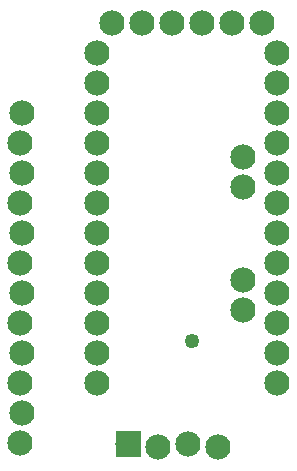
<source format=gbs>
G04 MADE WITH FRITZING*
G04 WWW.FRITZING.ORG*
G04 DOUBLE SIDED*
G04 HOLES PLATED*
G04 CONTOUR ON CENTER OF CONTOUR VECTOR*
%ASAXBY*%
%FSLAX23Y23*%
%MOIN*%
%OFA0B0*%
%SFA1.0B1.0*%
%ADD10C,0.049370*%
%ADD11C,0.084000*%
%ADD12R,0.001000X0.001000*%
%LNMASK0*%
G90*
G70*
G54D10*
X708Y469D03*
G54D11*
X941Y1527D03*
X841Y1527D03*
X741Y1527D03*
X641Y1527D03*
X541Y1527D03*
X441Y1527D03*
X876Y982D03*
X876Y1082D03*
X876Y572D03*
X876Y672D03*
X991Y1427D03*
X991Y1327D03*
X991Y1227D03*
X991Y1127D03*
X991Y1027D03*
X991Y927D03*
X991Y827D03*
X991Y727D03*
X991Y627D03*
X991Y527D03*
X991Y427D03*
X991Y327D03*
X391Y327D03*
X391Y427D03*
X391Y527D03*
X391Y627D03*
X391Y727D03*
X391Y827D03*
X391Y927D03*
X391Y1027D03*
X391Y1127D03*
X391Y1227D03*
X391Y1327D03*
X391Y1427D03*
X141Y1227D03*
X133Y1127D03*
X141Y1027D03*
X133Y927D03*
X141Y827D03*
X133Y727D03*
X141Y627D03*
X133Y527D03*
X141Y427D03*
X133Y327D03*
X141Y227D03*
X133Y127D03*
X495Y124D03*
X595Y114D03*
X695Y124D03*
X795Y114D03*
G54D12*
X453Y166D02*
X536Y166D01*
X453Y165D02*
X536Y165D01*
X453Y164D02*
X536Y164D01*
X453Y163D02*
X536Y163D01*
X453Y162D02*
X536Y162D01*
X453Y161D02*
X536Y161D01*
X453Y160D02*
X536Y160D01*
X453Y159D02*
X536Y159D01*
X453Y158D02*
X536Y158D01*
X453Y157D02*
X536Y157D01*
X453Y156D02*
X536Y156D01*
X453Y155D02*
X536Y155D01*
X453Y154D02*
X536Y154D01*
X453Y153D02*
X536Y153D01*
X453Y152D02*
X536Y152D01*
X453Y151D02*
X536Y151D01*
X453Y150D02*
X536Y150D01*
X453Y149D02*
X536Y149D01*
X453Y148D02*
X536Y148D01*
X453Y147D02*
X536Y147D01*
X453Y146D02*
X536Y146D01*
X453Y145D02*
X536Y145D01*
X453Y144D02*
X536Y144D01*
X453Y143D02*
X536Y143D01*
X453Y142D02*
X536Y142D01*
X453Y141D02*
X536Y141D01*
X453Y140D02*
X536Y140D01*
X453Y139D02*
X490Y139D01*
X499Y139D02*
X536Y139D01*
X453Y138D02*
X487Y138D01*
X502Y138D02*
X536Y138D01*
X453Y137D02*
X485Y137D01*
X503Y137D02*
X536Y137D01*
X453Y136D02*
X484Y136D01*
X504Y136D02*
X536Y136D01*
X453Y135D02*
X483Y135D01*
X506Y135D02*
X536Y135D01*
X453Y134D02*
X482Y134D01*
X506Y134D02*
X536Y134D01*
X453Y133D02*
X481Y133D01*
X507Y133D02*
X536Y133D01*
X453Y132D02*
X481Y132D01*
X508Y132D02*
X536Y132D01*
X453Y131D02*
X480Y131D01*
X508Y131D02*
X536Y131D01*
X453Y130D02*
X480Y130D01*
X509Y130D02*
X536Y130D01*
X453Y129D02*
X480Y129D01*
X509Y129D02*
X536Y129D01*
X453Y128D02*
X479Y128D01*
X509Y128D02*
X536Y128D01*
X453Y127D02*
X479Y127D01*
X510Y127D02*
X536Y127D01*
X453Y126D02*
X479Y126D01*
X510Y126D02*
X536Y126D01*
X453Y125D02*
X479Y125D01*
X510Y125D02*
X536Y125D01*
X453Y124D02*
X479Y124D01*
X510Y124D02*
X536Y124D01*
X453Y123D02*
X479Y123D01*
X510Y123D02*
X536Y123D01*
X453Y122D02*
X479Y122D01*
X510Y122D02*
X536Y122D01*
X453Y121D02*
X479Y121D01*
X509Y121D02*
X536Y121D01*
X453Y120D02*
X480Y120D01*
X509Y120D02*
X536Y120D01*
X453Y119D02*
X480Y119D01*
X509Y119D02*
X536Y119D01*
X453Y118D02*
X480Y118D01*
X508Y118D02*
X536Y118D01*
X453Y117D02*
X481Y117D01*
X508Y117D02*
X536Y117D01*
X453Y116D02*
X482Y116D01*
X507Y116D02*
X536Y116D01*
X453Y115D02*
X482Y115D01*
X506Y115D02*
X536Y115D01*
X453Y114D02*
X483Y114D01*
X505Y114D02*
X536Y114D01*
X453Y113D02*
X484Y113D01*
X504Y113D02*
X536Y113D01*
X453Y112D02*
X486Y112D01*
X503Y112D02*
X536Y112D01*
X453Y111D02*
X487Y111D01*
X501Y111D02*
X536Y111D01*
X453Y110D02*
X490Y110D01*
X498Y110D02*
X536Y110D01*
X453Y109D02*
X536Y109D01*
X453Y108D02*
X536Y108D01*
X453Y107D02*
X536Y107D01*
X453Y106D02*
X536Y106D01*
X453Y105D02*
X536Y105D01*
X453Y104D02*
X536Y104D01*
X453Y103D02*
X536Y103D01*
X453Y102D02*
X536Y102D01*
X453Y101D02*
X536Y101D01*
X453Y100D02*
X536Y100D01*
X453Y99D02*
X536Y99D01*
X453Y98D02*
X536Y98D01*
X453Y97D02*
X536Y97D01*
X453Y96D02*
X536Y96D01*
X453Y95D02*
X536Y95D01*
X453Y94D02*
X536Y94D01*
X453Y93D02*
X536Y93D01*
X453Y92D02*
X536Y92D01*
X453Y91D02*
X536Y91D01*
X453Y90D02*
X536Y90D01*
X453Y89D02*
X536Y89D01*
X453Y88D02*
X536Y88D01*
X453Y87D02*
X536Y87D01*
X453Y86D02*
X536Y86D01*
X453Y85D02*
X536Y85D01*
X453Y84D02*
X536Y84D01*
X453Y83D02*
X536Y83D01*
D02*
G04 End of Mask0*
M02*
</source>
